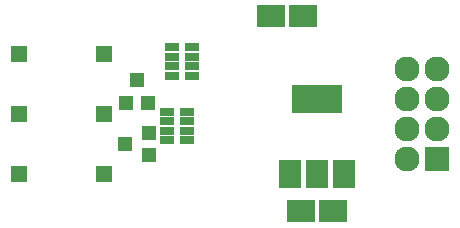
<source format=gts>
G04 #@! TF.FileFunction,Soldermask,Top*
%FSLAX46Y46*%
G04 Gerber Fmt 4.6, Leading zero omitted, Abs format (unit mm)*
G04 Created by KiCad (PCBNEW 4.0.7) date Friday, 20 October 2017 'PMt' 14:22:44*
%MOMM*%
%LPD*%
G01*
G04 APERTURE LIST*
%ADD10C,0.100000*%
%ADD11R,2.350000X1.900000*%
%ADD12R,1.200000X1.300000*%
%ADD13R,1.300000X1.200000*%
%ADD14R,1.300000X0.800000*%
%ADD15R,4.200000X2.400000*%
%ADD16R,1.900000X2.400000*%
%ADD17R,1.400760X1.400760*%
%ADD18R,2.127200X2.127200*%
%ADD19O,2.127200X2.127200*%
G04 APERTURE END LIST*
D10*
D11*
X218545000Y-127000000D03*
X215795000Y-127000000D03*
X213255000Y-110490000D03*
X216005000Y-110490000D03*
D12*
X200980000Y-117840000D03*
X202880000Y-117840000D03*
X201930000Y-115840000D03*
D13*
X202930000Y-122235000D03*
X202930000Y-120335000D03*
X200930000Y-121285000D03*
D14*
X206590000Y-114700000D03*
X206590000Y-113900000D03*
X206590000Y-115500000D03*
X206590000Y-113100000D03*
X204890000Y-115500000D03*
X204890000Y-114700000D03*
X204890000Y-113900000D03*
X204890000Y-113100000D03*
X204470000Y-119380000D03*
X204470000Y-120180000D03*
X204470000Y-118580000D03*
X204470000Y-120980000D03*
X206170000Y-118580000D03*
X206170000Y-119380000D03*
X206170000Y-120180000D03*
X206170000Y-120980000D03*
D15*
X217170000Y-117500000D03*
D16*
X217170000Y-123800000D03*
X219470000Y-123800000D03*
X214870000Y-123800000D03*
D17*
X199179180Y-113665000D03*
X191980820Y-113665000D03*
X199179180Y-118745000D03*
X191980820Y-118745000D03*
X199179180Y-123825000D03*
X191980820Y-123825000D03*
D18*
X227330000Y-122555000D03*
D19*
X224790000Y-122555000D03*
X227330000Y-120015000D03*
X224790000Y-120015000D03*
X227330000Y-117475000D03*
X224790000Y-117475000D03*
X227330000Y-114935000D03*
X224790000Y-114935000D03*
M02*

</source>
